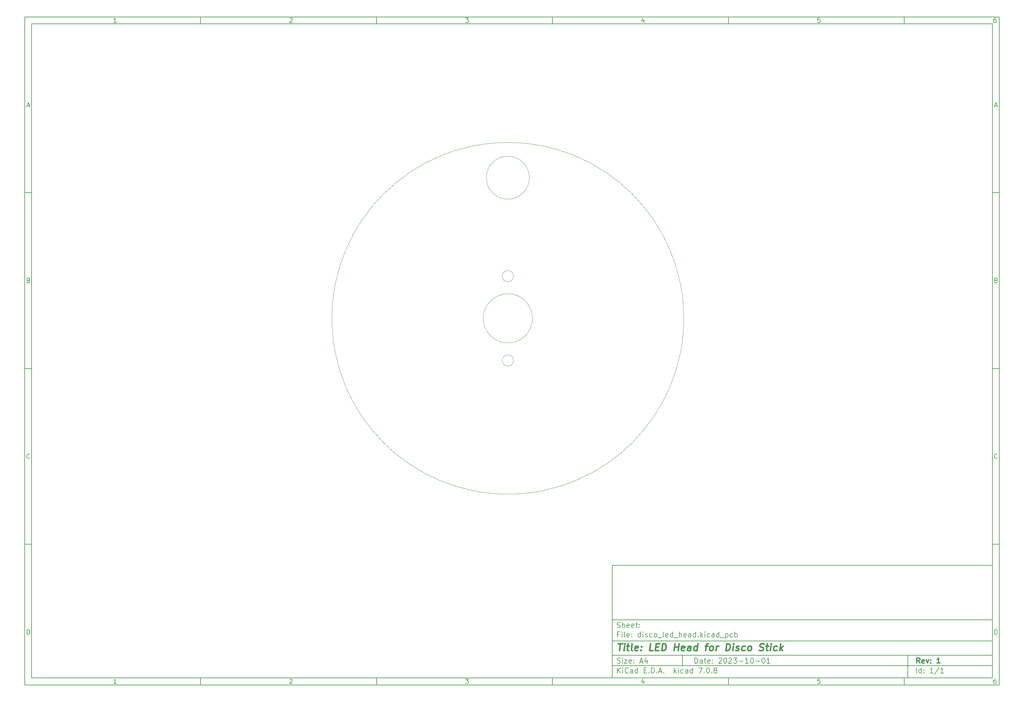
<source format=gbr>
%TF.GenerationSoftware,KiCad,Pcbnew,7.0.8*%
%TF.CreationDate,2024-03-21T10:20:14-07:00*%
%TF.ProjectId,disco_led_head,64697363-6f5f-46c6-9564-5f686561642e,1*%
%TF.SameCoordinates,Original*%
%TF.FileFunction,Profile,NP*%
%FSLAX46Y46*%
G04 Gerber Fmt 4.6, Leading zero omitted, Abs format (unit mm)*
G04 Created by KiCad (PCBNEW 7.0.8) date 2024-03-21 10:20:14*
%MOMM*%
%LPD*%
G01*
G04 APERTURE LIST*
%ADD10C,0.100000*%
%ADD11C,0.150000*%
%ADD12C,0.300000*%
%ADD13C,0.400000*%
%TA.AperFunction,Profile*%
%ADD14C,0.100000*%
%TD*%
G04 APERTURE END LIST*
D10*
D11*
X177002200Y-166007200D02*
X285002200Y-166007200D01*
X285002200Y-198007200D01*
X177002200Y-198007200D01*
X177002200Y-166007200D01*
D10*
D11*
X10000000Y-10000000D02*
X287002200Y-10000000D01*
X287002200Y-200007200D01*
X10000000Y-200007200D01*
X10000000Y-10000000D01*
D10*
D11*
X12000000Y-12000000D02*
X285002200Y-12000000D01*
X285002200Y-198007200D01*
X12000000Y-198007200D01*
X12000000Y-12000000D01*
D10*
D11*
X60000000Y-12000000D02*
X60000000Y-10000000D01*
D10*
D11*
X110000000Y-12000000D02*
X110000000Y-10000000D01*
D10*
D11*
X160000000Y-12000000D02*
X160000000Y-10000000D01*
D10*
D11*
X210000000Y-12000000D02*
X210000000Y-10000000D01*
D10*
D11*
X260000000Y-12000000D02*
X260000000Y-10000000D01*
D10*
D11*
X36089160Y-11593604D02*
X35346303Y-11593604D01*
X35717731Y-11593604D02*
X35717731Y-10293604D01*
X35717731Y-10293604D02*
X35593922Y-10479319D01*
X35593922Y-10479319D02*
X35470112Y-10603128D01*
X35470112Y-10603128D02*
X35346303Y-10665033D01*
D10*
D11*
X85346303Y-10417414D02*
X85408207Y-10355509D01*
X85408207Y-10355509D02*
X85532017Y-10293604D01*
X85532017Y-10293604D02*
X85841541Y-10293604D01*
X85841541Y-10293604D02*
X85965350Y-10355509D01*
X85965350Y-10355509D02*
X86027255Y-10417414D01*
X86027255Y-10417414D02*
X86089160Y-10541223D01*
X86089160Y-10541223D02*
X86089160Y-10665033D01*
X86089160Y-10665033D02*
X86027255Y-10850747D01*
X86027255Y-10850747D02*
X85284398Y-11593604D01*
X85284398Y-11593604D02*
X86089160Y-11593604D01*
D10*
D11*
X135284398Y-10293604D02*
X136089160Y-10293604D01*
X136089160Y-10293604D02*
X135655826Y-10788842D01*
X135655826Y-10788842D02*
X135841541Y-10788842D01*
X135841541Y-10788842D02*
X135965350Y-10850747D01*
X135965350Y-10850747D02*
X136027255Y-10912652D01*
X136027255Y-10912652D02*
X136089160Y-11036461D01*
X136089160Y-11036461D02*
X136089160Y-11345985D01*
X136089160Y-11345985D02*
X136027255Y-11469795D01*
X136027255Y-11469795D02*
X135965350Y-11531700D01*
X135965350Y-11531700D02*
X135841541Y-11593604D01*
X135841541Y-11593604D02*
X135470112Y-11593604D01*
X135470112Y-11593604D02*
X135346303Y-11531700D01*
X135346303Y-11531700D02*
X135284398Y-11469795D01*
D10*
D11*
X185965350Y-10726938D02*
X185965350Y-11593604D01*
X185655826Y-10231700D02*
X185346303Y-11160271D01*
X185346303Y-11160271D02*
X186151064Y-11160271D01*
D10*
D11*
X236027255Y-10293604D02*
X235408207Y-10293604D01*
X235408207Y-10293604D02*
X235346303Y-10912652D01*
X235346303Y-10912652D02*
X235408207Y-10850747D01*
X235408207Y-10850747D02*
X235532017Y-10788842D01*
X235532017Y-10788842D02*
X235841541Y-10788842D01*
X235841541Y-10788842D02*
X235965350Y-10850747D01*
X235965350Y-10850747D02*
X236027255Y-10912652D01*
X236027255Y-10912652D02*
X236089160Y-11036461D01*
X236089160Y-11036461D02*
X236089160Y-11345985D01*
X236089160Y-11345985D02*
X236027255Y-11469795D01*
X236027255Y-11469795D02*
X235965350Y-11531700D01*
X235965350Y-11531700D02*
X235841541Y-11593604D01*
X235841541Y-11593604D02*
X235532017Y-11593604D01*
X235532017Y-11593604D02*
X235408207Y-11531700D01*
X235408207Y-11531700D02*
X235346303Y-11469795D01*
D10*
D11*
X285965350Y-10293604D02*
X285717731Y-10293604D01*
X285717731Y-10293604D02*
X285593922Y-10355509D01*
X285593922Y-10355509D02*
X285532017Y-10417414D01*
X285532017Y-10417414D02*
X285408207Y-10603128D01*
X285408207Y-10603128D02*
X285346303Y-10850747D01*
X285346303Y-10850747D02*
X285346303Y-11345985D01*
X285346303Y-11345985D02*
X285408207Y-11469795D01*
X285408207Y-11469795D02*
X285470112Y-11531700D01*
X285470112Y-11531700D02*
X285593922Y-11593604D01*
X285593922Y-11593604D02*
X285841541Y-11593604D01*
X285841541Y-11593604D02*
X285965350Y-11531700D01*
X285965350Y-11531700D02*
X286027255Y-11469795D01*
X286027255Y-11469795D02*
X286089160Y-11345985D01*
X286089160Y-11345985D02*
X286089160Y-11036461D01*
X286089160Y-11036461D02*
X286027255Y-10912652D01*
X286027255Y-10912652D02*
X285965350Y-10850747D01*
X285965350Y-10850747D02*
X285841541Y-10788842D01*
X285841541Y-10788842D02*
X285593922Y-10788842D01*
X285593922Y-10788842D02*
X285470112Y-10850747D01*
X285470112Y-10850747D02*
X285408207Y-10912652D01*
X285408207Y-10912652D02*
X285346303Y-11036461D01*
D10*
D11*
X60000000Y-198007200D02*
X60000000Y-200007200D01*
D10*
D11*
X110000000Y-198007200D02*
X110000000Y-200007200D01*
D10*
D11*
X160000000Y-198007200D02*
X160000000Y-200007200D01*
D10*
D11*
X210000000Y-198007200D02*
X210000000Y-200007200D01*
D10*
D11*
X260000000Y-198007200D02*
X260000000Y-200007200D01*
D10*
D11*
X36089160Y-199600804D02*
X35346303Y-199600804D01*
X35717731Y-199600804D02*
X35717731Y-198300804D01*
X35717731Y-198300804D02*
X35593922Y-198486519D01*
X35593922Y-198486519D02*
X35470112Y-198610328D01*
X35470112Y-198610328D02*
X35346303Y-198672233D01*
D10*
D11*
X85346303Y-198424614D02*
X85408207Y-198362709D01*
X85408207Y-198362709D02*
X85532017Y-198300804D01*
X85532017Y-198300804D02*
X85841541Y-198300804D01*
X85841541Y-198300804D02*
X85965350Y-198362709D01*
X85965350Y-198362709D02*
X86027255Y-198424614D01*
X86027255Y-198424614D02*
X86089160Y-198548423D01*
X86089160Y-198548423D02*
X86089160Y-198672233D01*
X86089160Y-198672233D02*
X86027255Y-198857947D01*
X86027255Y-198857947D02*
X85284398Y-199600804D01*
X85284398Y-199600804D02*
X86089160Y-199600804D01*
D10*
D11*
X135284398Y-198300804D02*
X136089160Y-198300804D01*
X136089160Y-198300804D02*
X135655826Y-198796042D01*
X135655826Y-198796042D02*
X135841541Y-198796042D01*
X135841541Y-198796042D02*
X135965350Y-198857947D01*
X135965350Y-198857947D02*
X136027255Y-198919852D01*
X136027255Y-198919852D02*
X136089160Y-199043661D01*
X136089160Y-199043661D02*
X136089160Y-199353185D01*
X136089160Y-199353185D02*
X136027255Y-199476995D01*
X136027255Y-199476995D02*
X135965350Y-199538900D01*
X135965350Y-199538900D02*
X135841541Y-199600804D01*
X135841541Y-199600804D02*
X135470112Y-199600804D01*
X135470112Y-199600804D02*
X135346303Y-199538900D01*
X135346303Y-199538900D02*
X135284398Y-199476995D01*
D10*
D11*
X185965350Y-198734138D02*
X185965350Y-199600804D01*
X185655826Y-198238900D02*
X185346303Y-199167471D01*
X185346303Y-199167471D02*
X186151064Y-199167471D01*
D10*
D11*
X236027255Y-198300804D02*
X235408207Y-198300804D01*
X235408207Y-198300804D02*
X235346303Y-198919852D01*
X235346303Y-198919852D02*
X235408207Y-198857947D01*
X235408207Y-198857947D02*
X235532017Y-198796042D01*
X235532017Y-198796042D02*
X235841541Y-198796042D01*
X235841541Y-198796042D02*
X235965350Y-198857947D01*
X235965350Y-198857947D02*
X236027255Y-198919852D01*
X236027255Y-198919852D02*
X236089160Y-199043661D01*
X236089160Y-199043661D02*
X236089160Y-199353185D01*
X236089160Y-199353185D02*
X236027255Y-199476995D01*
X236027255Y-199476995D02*
X235965350Y-199538900D01*
X235965350Y-199538900D02*
X235841541Y-199600804D01*
X235841541Y-199600804D02*
X235532017Y-199600804D01*
X235532017Y-199600804D02*
X235408207Y-199538900D01*
X235408207Y-199538900D02*
X235346303Y-199476995D01*
D10*
D11*
X285965350Y-198300804D02*
X285717731Y-198300804D01*
X285717731Y-198300804D02*
X285593922Y-198362709D01*
X285593922Y-198362709D02*
X285532017Y-198424614D01*
X285532017Y-198424614D02*
X285408207Y-198610328D01*
X285408207Y-198610328D02*
X285346303Y-198857947D01*
X285346303Y-198857947D02*
X285346303Y-199353185D01*
X285346303Y-199353185D02*
X285408207Y-199476995D01*
X285408207Y-199476995D02*
X285470112Y-199538900D01*
X285470112Y-199538900D02*
X285593922Y-199600804D01*
X285593922Y-199600804D02*
X285841541Y-199600804D01*
X285841541Y-199600804D02*
X285965350Y-199538900D01*
X285965350Y-199538900D02*
X286027255Y-199476995D01*
X286027255Y-199476995D02*
X286089160Y-199353185D01*
X286089160Y-199353185D02*
X286089160Y-199043661D01*
X286089160Y-199043661D02*
X286027255Y-198919852D01*
X286027255Y-198919852D02*
X285965350Y-198857947D01*
X285965350Y-198857947D02*
X285841541Y-198796042D01*
X285841541Y-198796042D02*
X285593922Y-198796042D01*
X285593922Y-198796042D02*
X285470112Y-198857947D01*
X285470112Y-198857947D02*
X285408207Y-198919852D01*
X285408207Y-198919852D02*
X285346303Y-199043661D01*
D10*
D11*
X10000000Y-60000000D02*
X12000000Y-60000000D01*
D10*
D11*
X10000000Y-110000000D02*
X12000000Y-110000000D01*
D10*
D11*
X10000000Y-160000000D02*
X12000000Y-160000000D01*
D10*
D11*
X10690476Y-35222176D02*
X11309523Y-35222176D01*
X10566666Y-35593604D02*
X10999999Y-34293604D01*
X10999999Y-34293604D02*
X11433333Y-35593604D01*
D10*
D11*
X11092857Y-84912652D02*
X11278571Y-84974557D01*
X11278571Y-84974557D02*
X11340476Y-85036461D01*
X11340476Y-85036461D02*
X11402380Y-85160271D01*
X11402380Y-85160271D02*
X11402380Y-85345985D01*
X11402380Y-85345985D02*
X11340476Y-85469795D01*
X11340476Y-85469795D02*
X11278571Y-85531700D01*
X11278571Y-85531700D02*
X11154761Y-85593604D01*
X11154761Y-85593604D02*
X10659523Y-85593604D01*
X10659523Y-85593604D02*
X10659523Y-84293604D01*
X10659523Y-84293604D02*
X11092857Y-84293604D01*
X11092857Y-84293604D02*
X11216666Y-84355509D01*
X11216666Y-84355509D02*
X11278571Y-84417414D01*
X11278571Y-84417414D02*
X11340476Y-84541223D01*
X11340476Y-84541223D02*
X11340476Y-84665033D01*
X11340476Y-84665033D02*
X11278571Y-84788842D01*
X11278571Y-84788842D02*
X11216666Y-84850747D01*
X11216666Y-84850747D02*
X11092857Y-84912652D01*
X11092857Y-84912652D02*
X10659523Y-84912652D01*
D10*
D11*
X11402380Y-135469795D02*
X11340476Y-135531700D01*
X11340476Y-135531700D02*
X11154761Y-135593604D01*
X11154761Y-135593604D02*
X11030952Y-135593604D01*
X11030952Y-135593604D02*
X10845238Y-135531700D01*
X10845238Y-135531700D02*
X10721428Y-135407890D01*
X10721428Y-135407890D02*
X10659523Y-135284080D01*
X10659523Y-135284080D02*
X10597619Y-135036461D01*
X10597619Y-135036461D02*
X10597619Y-134850747D01*
X10597619Y-134850747D02*
X10659523Y-134603128D01*
X10659523Y-134603128D02*
X10721428Y-134479319D01*
X10721428Y-134479319D02*
X10845238Y-134355509D01*
X10845238Y-134355509D02*
X11030952Y-134293604D01*
X11030952Y-134293604D02*
X11154761Y-134293604D01*
X11154761Y-134293604D02*
X11340476Y-134355509D01*
X11340476Y-134355509D02*
X11402380Y-134417414D01*
D10*
D11*
X10659523Y-185593604D02*
X10659523Y-184293604D01*
X10659523Y-184293604D02*
X10969047Y-184293604D01*
X10969047Y-184293604D02*
X11154761Y-184355509D01*
X11154761Y-184355509D02*
X11278571Y-184479319D01*
X11278571Y-184479319D02*
X11340476Y-184603128D01*
X11340476Y-184603128D02*
X11402380Y-184850747D01*
X11402380Y-184850747D02*
X11402380Y-185036461D01*
X11402380Y-185036461D02*
X11340476Y-185284080D01*
X11340476Y-185284080D02*
X11278571Y-185407890D01*
X11278571Y-185407890D02*
X11154761Y-185531700D01*
X11154761Y-185531700D02*
X10969047Y-185593604D01*
X10969047Y-185593604D02*
X10659523Y-185593604D01*
D10*
D11*
X287002200Y-60000000D02*
X285002200Y-60000000D01*
D10*
D11*
X287002200Y-110000000D02*
X285002200Y-110000000D01*
D10*
D11*
X287002200Y-160000000D02*
X285002200Y-160000000D01*
D10*
D11*
X285692676Y-35222176D02*
X286311723Y-35222176D01*
X285568866Y-35593604D02*
X286002199Y-34293604D01*
X286002199Y-34293604D02*
X286435533Y-35593604D01*
D10*
D11*
X286095057Y-84912652D02*
X286280771Y-84974557D01*
X286280771Y-84974557D02*
X286342676Y-85036461D01*
X286342676Y-85036461D02*
X286404580Y-85160271D01*
X286404580Y-85160271D02*
X286404580Y-85345985D01*
X286404580Y-85345985D02*
X286342676Y-85469795D01*
X286342676Y-85469795D02*
X286280771Y-85531700D01*
X286280771Y-85531700D02*
X286156961Y-85593604D01*
X286156961Y-85593604D02*
X285661723Y-85593604D01*
X285661723Y-85593604D02*
X285661723Y-84293604D01*
X285661723Y-84293604D02*
X286095057Y-84293604D01*
X286095057Y-84293604D02*
X286218866Y-84355509D01*
X286218866Y-84355509D02*
X286280771Y-84417414D01*
X286280771Y-84417414D02*
X286342676Y-84541223D01*
X286342676Y-84541223D02*
X286342676Y-84665033D01*
X286342676Y-84665033D02*
X286280771Y-84788842D01*
X286280771Y-84788842D02*
X286218866Y-84850747D01*
X286218866Y-84850747D02*
X286095057Y-84912652D01*
X286095057Y-84912652D02*
X285661723Y-84912652D01*
D10*
D11*
X286404580Y-135469795D02*
X286342676Y-135531700D01*
X286342676Y-135531700D02*
X286156961Y-135593604D01*
X286156961Y-135593604D02*
X286033152Y-135593604D01*
X286033152Y-135593604D02*
X285847438Y-135531700D01*
X285847438Y-135531700D02*
X285723628Y-135407890D01*
X285723628Y-135407890D02*
X285661723Y-135284080D01*
X285661723Y-135284080D02*
X285599819Y-135036461D01*
X285599819Y-135036461D02*
X285599819Y-134850747D01*
X285599819Y-134850747D02*
X285661723Y-134603128D01*
X285661723Y-134603128D02*
X285723628Y-134479319D01*
X285723628Y-134479319D02*
X285847438Y-134355509D01*
X285847438Y-134355509D02*
X286033152Y-134293604D01*
X286033152Y-134293604D02*
X286156961Y-134293604D01*
X286156961Y-134293604D02*
X286342676Y-134355509D01*
X286342676Y-134355509D02*
X286404580Y-134417414D01*
D10*
D11*
X285661723Y-185593604D02*
X285661723Y-184293604D01*
X285661723Y-184293604D02*
X285971247Y-184293604D01*
X285971247Y-184293604D02*
X286156961Y-184355509D01*
X286156961Y-184355509D02*
X286280771Y-184479319D01*
X286280771Y-184479319D02*
X286342676Y-184603128D01*
X286342676Y-184603128D02*
X286404580Y-184850747D01*
X286404580Y-184850747D02*
X286404580Y-185036461D01*
X286404580Y-185036461D02*
X286342676Y-185284080D01*
X286342676Y-185284080D02*
X286280771Y-185407890D01*
X286280771Y-185407890D02*
X286156961Y-185531700D01*
X286156961Y-185531700D02*
X285971247Y-185593604D01*
X285971247Y-185593604D02*
X285661723Y-185593604D01*
D10*
D11*
X200458026Y-193793328D02*
X200458026Y-192293328D01*
X200458026Y-192293328D02*
X200815169Y-192293328D01*
X200815169Y-192293328D02*
X201029455Y-192364757D01*
X201029455Y-192364757D02*
X201172312Y-192507614D01*
X201172312Y-192507614D02*
X201243741Y-192650471D01*
X201243741Y-192650471D02*
X201315169Y-192936185D01*
X201315169Y-192936185D02*
X201315169Y-193150471D01*
X201315169Y-193150471D02*
X201243741Y-193436185D01*
X201243741Y-193436185D02*
X201172312Y-193579042D01*
X201172312Y-193579042D02*
X201029455Y-193721900D01*
X201029455Y-193721900D02*
X200815169Y-193793328D01*
X200815169Y-193793328D02*
X200458026Y-193793328D01*
X202600884Y-193793328D02*
X202600884Y-193007614D01*
X202600884Y-193007614D02*
X202529455Y-192864757D01*
X202529455Y-192864757D02*
X202386598Y-192793328D01*
X202386598Y-192793328D02*
X202100884Y-192793328D01*
X202100884Y-192793328D02*
X201958026Y-192864757D01*
X202600884Y-193721900D02*
X202458026Y-193793328D01*
X202458026Y-193793328D02*
X202100884Y-193793328D01*
X202100884Y-193793328D02*
X201958026Y-193721900D01*
X201958026Y-193721900D02*
X201886598Y-193579042D01*
X201886598Y-193579042D02*
X201886598Y-193436185D01*
X201886598Y-193436185D02*
X201958026Y-193293328D01*
X201958026Y-193293328D02*
X202100884Y-193221900D01*
X202100884Y-193221900D02*
X202458026Y-193221900D01*
X202458026Y-193221900D02*
X202600884Y-193150471D01*
X203100884Y-192793328D02*
X203672312Y-192793328D01*
X203315169Y-192293328D02*
X203315169Y-193579042D01*
X203315169Y-193579042D02*
X203386598Y-193721900D01*
X203386598Y-193721900D02*
X203529455Y-193793328D01*
X203529455Y-193793328D02*
X203672312Y-193793328D01*
X204743741Y-193721900D02*
X204600884Y-193793328D01*
X204600884Y-193793328D02*
X204315170Y-193793328D01*
X204315170Y-193793328D02*
X204172312Y-193721900D01*
X204172312Y-193721900D02*
X204100884Y-193579042D01*
X204100884Y-193579042D02*
X204100884Y-193007614D01*
X204100884Y-193007614D02*
X204172312Y-192864757D01*
X204172312Y-192864757D02*
X204315170Y-192793328D01*
X204315170Y-192793328D02*
X204600884Y-192793328D01*
X204600884Y-192793328D02*
X204743741Y-192864757D01*
X204743741Y-192864757D02*
X204815170Y-193007614D01*
X204815170Y-193007614D02*
X204815170Y-193150471D01*
X204815170Y-193150471D02*
X204100884Y-193293328D01*
X205458026Y-193650471D02*
X205529455Y-193721900D01*
X205529455Y-193721900D02*
X205458026Y-193793328D01*
X205458026Y-193793328D02*
X205386598Y-193721900D01*
X205386598Y-193721900D02*
X205458026Y-193650471D01*
X205458026Y-193650471D02*
X205458026Y-193793328D01*
X205458026Y-192864757D02*
X205529455Y-192936185D01*
X205529455Y-192936185D02*
X205458026Y-193007614D01*
X205458026Y-193007614D02*
X205386598Y-192936185D01*
X205386598Y-192936185D02*
X205458026Y-192864757D01*
X205458026Y-192864757D02*
X205458026Y-193007614D01*
X207243741Y-192436185D02*
X207315169Y-192364757D01*
X207315169Y-192364757D02*
X207458027Y-192293328D01*
X207458027Y-192293328D02*
X207815169Y-192293328D01*
X207815169Y-192293328D02*
X207958027Y-192364757D01*
X207958027Y-192364757D02*
X208029455Y-192436185D01*
X208029455Y-192436185D02*
X208100884Y-192579042D01*
X208100884Y-192579042D02*
X208100884Y-192721900D01*
X208100884Y-192721900D02*
X208029455Y-192936185D01*
X208029455Y-192936185D02*
X207172312Y-193793328D01*
X207172312Y-193793328D02*
X208100884Y-193793328D01*
X209029455Y-192293328D02*
X209172312Y-192293328D01*
X209172312Y-192293328D02*
X209315169Y-192364757D01*
X209315169Y-192364757D02*
X209386598Y-192436185D01*
X209386598Y-192436185D02*
X209458026Y-192579042D01*
X209458026Y-192579042D02*
X209529455Y-192864757D01*
X209529455Y-192864757D02*
X209529455Y-193221900D01*
X209529455Y-193221900D02*
X209458026Y-193507614D01*
X209458026Y-193507614D02*
X209386598Y-193650471D01*
X209386598Y-193650471D02*
X209315169Y-193721900D01*
X209315169Y-193721900D02*
X209172312Y-193793328D01*
X209172312Y-193793328D02*
X209029455Y-193793328D01*
X209029455Y-193793328D02*
X208886598Y-193721900D01*
X208886598Y-193721900D02*
X208815169Y-193650471D01*
X208815169Y-193650471D02*
X208743740Y-193507614D01*
X208743740Y-193507614D02*
X208672312Y-193221900D01*
X208672312Y-193221900D02*
X208672312Y-192864757D01*
X208672312Y-192864757D02*
X208743740Y-192579042D01*
X208743740Y-192579042D02*
X208815169Y-192436185D01*
X208815169Y-192436185D02*
X208886598Y-192364757D01*
X208886598Y-192364757D02*
X209029455Y-192293328D01*
X210100883Y-192436185D02*
X210172311Y-192364757D01*
X210172311Y-192364757D02*
X210315169Y-192293328D01*
X210315169Y-192293328D02*
X210672311Y-192293328D01*
X210672311Y-192293328D02*
X210815169Y-192364757D01*
X210815169Y-192364757D02*
X210886597Y-192436185D01*
X210886597Y-192436185D02*
X210958026Y-192579042D01*
X210958026Y-192579042D02*
X210958026Y-192721900D01*
X210958026Y-192721900D02*
X210886597Y-192936185D01*
X210886597Y-192936185D02*
X210029454Y-193793328D01*
X210029454Y-193793328D02*
X210958026Y-193793328D01*
X211458025Y-192293328D02*
X212386597Y-192293328D01*
X212386597Y-192293328D02*
X211886597Y-192864757D01*
X211886597Y-192864757D02*
X212100882Y-192864757D01*
X212100882Y-192864757D02*
X212243740Y-192936185D01*
X212243740Y-192936185D02*
X212315168Y-193007614D01*
X212315168Y-193007614D02*
X212386597Y-193150471D01*
X212386597Y-193150471D02*
X212386597Y-193507614D01*
X212386597Y-193507614D02*
X212315168Y-193650471D01*
X212315168Y-193650471D02*
X212243740Y-193721900D01*
X212243740Y-193721900D02*
X212100882Y-193793328D01*
X212100882Y-193793328D02*
X211672311Y-193793328D01*
X211672311Y-193793328D02*
X211529454Y-193721900D01*
X211529454Y-193721900D02*
X211458025Y-193650471D01*
X213029453Y-193221900D02*
X214172311Y-193221900D01*
X215672311Y-193793328D02*
X214815168Y-193793328D01*
X215243739Y-193793328D02*
X215243739Y-192293328D01*
X215243739Y-192293328D02*
X215100882Y-192507614D01*
X215100882Y-192507614D02*
X214958025Y-192650471D01*
X214958025Y-192650471D02*
X214815168Y-192721900D01*
X216600882Y-192293328D02*
X216743739Y-192293328D01*
X216743739Y-192293328D02*
X216886596Y-192364757D01*
X216886596Y-192364757D02*
X216958025Y-192436185D01*
X216958025Y-192436185D02*
X217029453Y-192579042D01*
X217029453Y-192579042D02*
X217100882Y-192864757D01*
X217100882Y-192864757D02*
X217100882Y-193221900D01*
X217100882Y-193221900D02*
X217029453Y-193507614D01*
X217029453Y-193507614D02*
X216958025Y-193650471D01*
X216958025Y-193650471D02*
X216886596Y-193721900D01*
X216886596Y-193721900D02*
X216743739Y-193793328D01*
X216743739Y-193793328D02*
X216600882Y-193793328D01*
X216600882Y-193793328D02*
X216458025Y-193721900D01*
X216458025Y-193721900D02*
X216386596Y-193650471D01*
X216386596Y-193650471D02*
X216315167Y-193507614D01*
X216315167Y-193507614D02*
X216243739Y-193221900D01*
X216243739Y-193221900D02*
X216243739Y-192864757D01*
X216243739Y-192864757D02*
X216315167Y-192579042D01*
X216315167Y-192579042D02*
X216386596Y-192436185D01*
X216386596Y-192436185D02*
X216458025Y-192364757D01*
X216458025Y-192364757D02*
X216600882Y-192293328D01*
X217743738Y-193221900D02*
X218886596Y-193221900D01*
X219886596Y-192293328D02*
X220029453Y-192293328D01*
X220029453Y-192293328D02*
X220172310Y-192364757D01*
X220172310Y-192364757D02*
X220243739Y-192436185D01*
X220243739Y-192436185D02*
X220315167Y-192579042D01*
X220315167Y-192579042D02*
X220386596Y-192864757D01*
X220386596Y-192864757D02*
X220386596Y-193221900D01*
X220386596Y-193221900D02*
X220315167Y-193507614D01*
X220315167Y-193507614D02*
X220243739Y-193650471D01*
X220243739Y-193650471D02*
X220172310Y-193721900D01*
X220172310Y-193721900D02*
X220029453Y-193793328D01*
X220029453Y-193793328D02*
X219886596Y-193793328D01*
X219886596Y-193793328D02*
X219743739Y-193721900D01*
X219743739Y-193721900D02*
X219672310Y-193650471D01*
X219672310Y-193650471D02*
X219600881Y-193507614D01*
X219600881Y-193507614D02*
X219529453Y-193221900D01*
X219529453Y-193221900D02*
X219529453Y-192864757D01*
X219529453Y-192864757D02*
X219600881Y-192579042D01*
X219600881Y-192579042D02*
X219672310Y-192436185D01*
X219672310Y-192436185D02*
X219743739Y-192364757D01*
X219743739Y-192364757D02*
X219886596Y-192293328D01*
X221815167Y-193793328D02*
X220958024Y-193793328D01*
X221386595Y-193793328D02*
X221386595Y-192293328D01*
X221386595Y-192293328D02*
X221243738Y-192507614D01*
X221243738Y-192507614D02*
X221100881Y-192650471D01*
X221100881Y-192650471D02*
X220958024Y-192721900D01*
D10*
D11*
X177002200Y-194507200D02*
X285002200Y-194507200D01*
D10*
D11*
X178458026Y-196593328D02*
X178458026Y-195093328D01*
X179315169Y-196593328D02*
X178672312Y-195736185D01*
X179315169Y-195093328D02*
X178458026Y-195950471D01*
X179958026Y-196593328D02*
X179958026Y-195593328D01*
X179958026Y-195093328D02*
X179886598Y-195164757D01*
X179886598Y-195164757D02*
X179958026Y-195236185D01*
X179958026Y-195236185D02*
X180029455Y-195164757D01*
X180029455Y-195164757D02*
X179958026Y-195093328D01*
X179958026Y-195093328D02*
X179958026Y-195236185D01*
X181529455Y-196450471D02*
X181458027Y-196521900D01*
X181458027Y-196521900D02*
X181243741Y-196593328D01*
X181243741Y-196593328D02*
X181100884Y-196593328D01*
X181100884Y-196593328D02*
X180886598Y-196521900D01*
X180886598Y-196521900D02*
X180743741Y-196379042D01*
X180743741Y-196379042D02*
X180672312Y-196236185D01*
X180672312Y-196236185D02*
X180600884Y-195950471D01*
X180600884Y-195950471D02*
X180600884Y-195736185D01*
X180600884Y-195736185D02*
X180672312Y-195450471D01*
X180672312Y-195450471D02*
X180743741Y-195307614D01*
X180743741Y-195307614D02*
X180886598Y-195164757D01*
X180886598Y-195164757D02*
X181100884Y-195093328D01*
X181100884Y-195093328D02*
X181243741Y-195093328D01*
X181243741Y-195093328D02*
X181458027Y-195164757D01*
X181458027Y-195164757D02*
X181529455Y-195236185D01*
X182815170Y-196593328D02*
X182815170Y-195807614D01*
X182815170Y-195807614D02*
X182743741Y-195664757D01*
X182743741Y-195664757D02*
X182600884Y-195593328D01*
X182600884Y-195593328D02*
X182315170Y-195593328D01*
X182315170Y-195593328D02*
X182172312Y-195664757D01*
X182815170Y-196521900D02*
X182672312Y-196593328D01*
X182672312Y-196593328D02*
X182315170Y-196593328D01*
X182315170Y-196593328D02*
X182172312Y-196521900D01*
X182172312Y-196521900D02*
X182100884Y-196379042D01*
X182100884Y-196379042D02*
X182100884Y-196236185D01*
X182100884Y-196236185D02*
X182172312Y-196093328D01*
X182172312Y-196093328D02*
X182315170Y-196021900D01*
X182315170Y-196021900D02*
X182672312Y-196021900D01*
X182672312Y-196021900D02*
X182815170Y-195950471D01*
X184172313Y-196593328D02*
X184172313Y-195093328D01*
X184172313Y-196521900D02*
X184029455Y-196593328D01*
X184029455Y-196593328D02*
X183743741Y-196593328D01*
X183743741Y-196593328D02*
X183600884Y-196521900D01*
X183600884Y-196521900D02*
X183529455Y-196450471D01*
X183529455Y-196450471D02*
X183458027Y-196307614D01*
X183458027Y-196307614D02*
X183458027Y-195879042D01*
X183458027Y-195879042D02*
X183529455Y-195736185D01*
X183529455Y-195736185D02*
X183600884Y-195664757D01*
X183600884Y-195664757D02*
X183743741Y-195593328D01*
X183743741Y-195593328D02*
X184029455Y-195593328D01*
X184029455Y-195593328D02*
X184172313Y-195664757D01*
X186029455Y-195807614D02*
X186529455Y-195807614D01*
X186743741Y-196593328D02*
X186029455Y-196593328D01*
X186029455Y-196593328D02*
X186029455Y-195093328D01*
X186029455Y-195093328D02*
X186743741Y-195093328D01*
X187386598Y-196450471D02*
X187458027Y-196521900D01*
X187458027Y-196521900D02*
X187386598Y-196593328D01*
X187386598Y-196593328D02*
X187315170Y-196521900D01*
X187315170Y-196521900D02*
X187386598Y-196450471D01*
X187386598Y-196450471D02*
X187386598Y-196593328D01*
X188100884Y-196593328D02*
X188100884Y-195093328D01*
X188100884Y-195093328D02*
X188458027Y-195093328D01*
X188458027Y-195093328D02*
X188672313Y-195164757D01*
X188672313Y-195164757D02*
X188815170Y-195307614D01*
X188815170Y-195307614D02*
X188886599Y-195450471D01*
X188886599Y-195450471D02*
X188958027Y-195736185D01*
X188958027Y-195736185D02*
X188958027Y-195950471D01*
X188958027Y-195950471D02*
X188886599Y-196236185D01*
X188886599Y-196236185D02*
X188815170Y-196379042D01*
X188815170Y-196379042D02*
X188672313Y-196521900D01*
X188672313Y-196521900D02*
X188458027Y-196593328D01*
X188458027Y-196593328D02*
X188100884Y-196593328D01*
X189600884Y-196450471D02*
X189672313Y-196521900D01*
X189672313Y-196521900D02*
X189600884Y-196593328D01*
X189600884Y-196593328D02*
X189529456Y-196521900D01*
X189529456Y-196521900D02*
X189600884Y-196450471D01*
X189600884Y-196450471D02*
X189600884Y-196593328D01*
X190243742Y-196164757D02*
X190958028Y-196164757D01*
X190100885Y-196593328D02*
X190600885Y-195093328D01*
X190600885Y-195093328D02*
X191100885Y-196593328D01*
X191600884Y-196450471D02*
X191672313Y-196521900D01*
X191672313Y-196521900D02*
X191600884Y-196593328D01*
X191600884Y-196593328D02*
X191529456Y-196521900D01*
X191529456Y-196521900D02*
X191600884Y-196450471D01*
X191600884Y-196450471D02*
X191600884Y-196593328D01*
X194600884Y-196593328D02*
X194600884Y-195093328D01*
X194743742Y-196021900D02*
X195172313Y-196593328D01*
X195172313Y-195593328D02*
X194600884Y-196164757D01*
X195815170Y-196593328D02*
X195815170Y-195593328D01*
X195815170Y-195093328D02*
X195743742Y-195164757D01*
X195743742Y-195164757D02*
X195815170Y-195236185D01*
X195815170Y-195236185D02*
X195886599Y-195164757D01*
X195886599Y-195164757D02*
X195815170Y-195093328D01*
X195815170Y-195093328D02*
X195815170Y-195236185D01*
X197172314Y-196521900D02*
X197029456Y-196593328D01*
X197029456Y-196593328D02*
X196743742Y-196593328D01*
X196743742Y-196593328D02*
X196600885Y-196521900D01*
X196600885Y-196521900D02*
X196529456Y-196450471D01*
X196529456Y-196450471D02*
X196458028Y-196307614D01*
X196458028Y-196307614D02*
X196458028Y-195879042D01*
X196458028Y-195879042D02*
X196529456Y-195736185D01*
X196529456Y-195736185D02*
X196600885Y-195664757D01*
X196600885Y-195664757D02*
X196743742Y-195593328D01*
X196743742Y-195593328D02*
X197029456Y-195593328D01*
X197029456Y-195593328D02*
X197172314Y-195664757D01*
X198458028Y-196593328D02*
X198458028Y-195807614D01*
X198458028Y-195807614D02*
X198386599Y-195664757D01*
X198386599Y-195664757D02*
X198243742Y-195593328D01*
X198243742Y-195593328D02*
X197958028Y-195593328D01*
X197958028Y-195593328D02*
X197815170Y-195664757D01*
X198458028Y-196521900D02*
X198315170Y-196593328D01*
X198315170Y-196593328D02*
X197958028Y-196593328D01*
X197958028Y-196593328D02*
X197815170Y-196521900D01*
X197815170Y-196521900D02*
X197743742Y-196379042D01*
X197743742Y-196379042D02*
X197743742Y-196236185D01*
X197743742Y-196236185D02*
X197815170Y-196093328D01*
X197815170Y-196093328D02*
X197958028Y-196021900D01*
X197958028Y-196021900D02*
X198315170Y-196021900D01*
X198315170Y-196021900D02*
X198458028Y-195950471D01*
X199815171Y-196593328D02*
X199815171Y-195093328D01*
X199815171Y-196521900D02*
X199672313Y-196593328D01*
X199672313Y-196593328D02*
X199386599Y-196593328D01*
X199386599Y-196593328D02*
X199243742Y-196521900D01*
X199243742Y-196521900D02*
X199172313Y-196450471D01*
X199172313Y-196450471D02*
X199100885Y-196307614D01*
X199100885Y-196307614D02*
X199100885Y-195879042D01*
X199100885Y-195879042D02*
X199172313Y-195736185D01*
X199172313Y-195736185D02*
X199243742Y-195664757D01*
X199243742Y-195664757D02*
X199386599Y-195593328D01*
X199386599Y-195593328D02*
X199672313Y-195593328D01*
X199672313Y-195593328D02*
X199815171Y-195664757D01*
X201529456Y-195093328D02*
X202529456Y-195093328D01*
X202529456Y-195093328D02*
X201886599Y-196593328D01*
X203100884Y-196450471D02*
X203172313Y-196521900D01*
X203172313Y-196521900D02*
X203100884Y-196593328D01*
X203100884Y-196593328D02*
X203029456Y-196521900D01*
X203029456Y-196521900D02*
X203100884Y-196450471D01*
X203100884Y-196450471D02*
X203100884Y-196593328D01*
X204100885Y-195093328D02*
X204243742Y-195093328D01*
X204243742Y-195093328D02*
X204386599Y-195164757D01*
X204386599Y-195164757D02*
X204458028Y-195236185D01*
X204458028Y-195236185D02*
X204529456Y-195379042D01*
X204529456Y-195379042D02*
X204600885Y-195664757D01*
X204600885Y-195664757D02*
X204600885Y-196021900D01*
X204600885Y-196021900D02*
X204529456Y-196307614D01*
X204529456Y-196307614D02*
X204458028Y-196450471D01*
X204458028Y-196450471D02*
X204386599Y-196521900D01*
X204386599Y-196521900D02*
X204243742Y-196593328D01*
X204243742Y-196593328D02*
X204100885Y-196593328D01*
X204100885Y-196593328D02*
X203958028Y-196521900D01*
X203958028Y-196521900D02*
X203886599Y-196450471D01*
X203886599Y-196450471D02*
X203815170Y-196307614D01*
X203815170Y-196307614D02*
X203743742Y-196021900D01*
X203743742Y-196021900D02*
X203743742Y-195664757D01*
X203743742Y-195664757D02*
X203815170Y-195379042D01*
X203815170Y-195379042D02*
X203886599Y-195236185D01*
X203886599Y-195236185D02*
X203958028Y-195164757D01*
X203958028Y-195164757D02*
X204100885Y-195093328D01*
X205243741Y-196450471D02*
X205315170Y-196521900D01*
X205315170Y-196521900D02*
X205243741Y-196593328D01*
X205243741Y-196593328D02*
X205172313Y-196521900D01*
X205172313Y-196521900D02*
X205243741Y-196450471D01*
X205243741Y-196450471D02*
X205243741Y-196593328D01*
X206172313Y-195736185D02*
X206029456Y-195664757D01*
X206029456Y-195664757D02*
X205958027Y-195593328D01*
X205958027Y-195593328D02*
X205886599Y-195450471D01*
X205886599Y-195450471D02*
X205886599Y-195379042D01*
X205886599Y-195379042D02*
X205958027Y-195236185D01*
X205958027Y-195236185D02*
X206029456Y-195164757D01*
X206029456Y-195164757D02*
X206172313Y-195093328D01*
X206172313Y-195093328D02*
X206458027Y-195093328D01*
X206458027Y-195093328D02*
X206600885Y-195164757D01*
X206600885Y-195164757D02*
X206672313Y-195236185D01*
X206672313Y-195236185D02*
X206743742Y-195379042D01*
X206743742Y-195379042D02*
X206743742Y-195450471D01*
X206743742Y-195450471D02*
X206672313Y-195593328D01*
X206672313Y-195593328D02*
X206600885Y-195664757D01*
X206600885Y-195664757D02*
X206458027Y-195736185D01*
X206458027Y-195736185D02*
X206172313Y-195736185D01*
X206172313Y-195736185D02*
X206029456Y-195807614D01*
X206029456Y-195807614D02*
X205958027Y-195879042D01*
X205958027Y-195879042D02*
X205886599Y-196021900D01*
X205886599Y-196021900D02*
X205886599Y-196307614D01*
X205886599Y-196307614D02*
X205958027Y-196450471D01*
X205958027Y-196450471D02*
X206029456Y-196521900D01*
X206029456Y-196521900D02*
X206172313Y-196593328D01*
X206172313Y-196593328D02*
X206458027Y-196593328D01*
X206458027Y-196593328D02*
X206600885Y-196521900D01*
X206600885Y-196521900D02*
X206672313Y-196450471D01*
X206672313Y-196450471D02*
X206743742Y-196307614D01*
X206743742Y-196307614D02*
X206743742Y-196021900D01*
X206743742Y-196021900D02*
X206672313Y-195879042D01*
X206672313Y-195879042D02*
X206600885Y-195807614D01*
X206600885Y-195807614D02*
X206458027Y-195736185D01*
D10*
D11*
X177002200Y-191507200D02*
X285002200Y-191507200D01*
D10*
D12*
X264413853Y-193785528D02*
X263913853Y-193071242D01*
X263556710Y-193785528D02*
X263556710Y-192285528D01*
X263556710Y-192285528D02*
X264128139Y-192285528D01*
X264128139Y-192285528D02*
X264270996Y-192356957D01*
X264270996Y-192356957D02*
X264342425Y-192428385D01*
X264342425Y-192428385D02*
X264413853Y-192571242D01*
X264413853Y-192571242D02*
X264413853Y-192785528D01*
X264413853Y-192785528D02*
X264342425Y-192928385D01*
X264342425Y-192928385D02*
X264270996Y-192999814D01*
X264270996Y-192999814D02*
X264128139Y-193071242D01*
X264128139Y-193071242D02*
X263556710Y-193071242D01*
X265628139Y-193714100D02*
X265485282Y-193785528D01*
X265485282Y-193785528D02*
X265199568Y-193785528D01*
X265199568Y-193785528D02*
X265056710Y-193714100D01*
X265056710Y-193714100D02*
X264985282Y-193571242D01*
X264985282Y-193571242D02*
X264985282Y-192999814D01*
X264985282Y-192999814D02*
X265056710Y-192856957D01*
X265056710Y-192856957D02*
X265199568Y-192785528D01*
X265199568Y-192785528D02*
X265485282Y-192785528D01*
X265485282Y-192785528D02*
X265628139Y-192856957D01*
X265628139Y-192856957D02*
X265699568Y-192999814D01*
X265699568Y-192999814D02*
X265699568Y-193142671D01*
X265699568Y-193142671D02*
X264985282Y-193285528D01*
X266199567Y-192785528D02*
X266556710Y-193785528D01*
X266556710Y-193785528D02*
X266913853Y-192785528D01*
X267485281Y-193642671D02*
X267556710Y-193714100D01*
X267556710Y-193714100D02*
X267485281Y-193785528D01*
X267485281Y-193785528D02*
X267413853Y-193714100D01*
X267413853Y-193714100D02*
X267485281Y-193642671D01*
X267485281Y-193642671D02*
X267485281Y-193785528D01*
X267485281Y-192856957D02*
X267556710Y-192928385D01*
X267556710Y-192928385D02*
X267485281Y-192999814D01*
X267485281Y-192999814D02*
X267413853Y-192928385D01*
X267413853Y-192928385D02*
X267485281Y-192856957D01*
X267485281Y-192856957D02*
X267485281Y-192999814D01*
X270128139Y-193785528D02*
X269270996Y-193785528D01*
X269699567Y-193785528D02*
X269699567Y-192285528D01*
X269699567Y-192285528D02*
X269556710Y-192499814D01*
X269556710Y-192499814D02*
X269413853Y-192642671D01*
X269413853Y-192642671D02*
X269270996Y-192714100D01*
D10*
D11*
X178386598Y-193721900D02*
X178600884Y-193793328D01*
X178600884Y-193793328D02*
X178958026Y-193793328D01*
X178958026Y-193793328D02*
X179100884Y-193721900D01*
X179100884Y-193721900D02*
X179172312Y-193650471D01*
X179172312Y-193650471D02*
X179243741Y-193507614D01*
X179243741Y-193507614D02*
X179243741Y-193364757D01*
X179243741Y-193364757D02*
X179172312Y-193221900D01*
X179172312Y-193221900D02*
X179100884Y-193150471D01*
X179100884Y-193150471D02*
X178958026Y-193079042D01*
X178958026Y-193079042D02*
X178672312Y-193007614D01*
X178672312Y-193007614D02*
X178529455Y-192936185D01*
X178529455Y-192936185D02*
X178458026Y-192864757D01*
X178458026Y-192864757D02*
X178386598Y-192721900D01*
X178386598Y-192721900D02*
X178386598Y-192579042D01*
X178386598Y-192579042D02*
X178458026Y-192436185D01*
X178458026Y-192436185D02*
X178529455Y-192364757D01*
X178529455Y-192364757D02*
X178672312Y-192293328D01*
X178672312Y-192293328D02*
X179029455Y-192293328D01*
X179029455Y-192293328D02*
X179243741Y-192364757D01*
X179886597Y-193793328D02*
X179886597Y-192793328D01*
X179886597Y-192293328D02*
X179815169Y-192364757D01*
X179815169Y-192364757D02*
X179886597Y-192436185D01*
X179886597Y-192436185D02*
X179958026Y-192364757D01*
X179958026Y-192364757D02*
X179886597Y-192293328D01*
X179886597Y-192293328D02*
X179886597Y-192436185D01*
X180458026Y-192793328D02*
X181243741Y-192793328D01*
X181243741Y-192793328D02*
X180458026Y-193793328D01*
X180458026Y-193793328D02*
X181243741Y-193793328D01*
X182386598Y-193721900D02*
X182243741Y-193793328D01*
X182243741Y-193793328D02*
X181958027Y-193793328D01*
X181958027Y-193793328D02*
X181815169Y-193721900D01*
X181815169Y-193721900D02*
X181743741Y-193579042D01*
X181743741Y-193579042D02*
X181743741Y-193007614D01*
X181743741Y-193007614D02*
X181815169Y-192864757D01*
X181815169Y-192864757D02*
X181958027Y-192793328D01*
X181958027Y-192793328D02*
X182243741Y-192793328D01*
X182243741Y-192793328D02*
X182386598Y-192864757D01*
X182386598Y-192864757D02*
X182458027Y-193007614D01*
X182458027Y-193007614D02*
X182458027Y-193150471D01*
X182458027Y-193150471D02*
X181743741Y-193293328D01*
X183100883Y-193650471D02*
X183172312Y-193721900D01*
X183172312Y-193721900D02*
X183100883Y-193793328D01*
X183100883Y-193793328D02*
X183029455Y-193721900D01*
X183029455Y-193721900D02*
X183100883Y-193650471D01*
X183100883Y-193650471D02*
X183100883Y-193793328D01*
X183100883Y-192864757D02*
X183172312Y-192936185D01*
X183172312Y-192936185D02*
X183100883Y-193007614D01*
X183100883Y-193007614D02*
X183029455Y-192936185D01*
X183029455Y-192936185D02*
X183100883Y-192864757D01*
X183100883Y-192864757D02*
X183100883Y-193007614D01*
X184886598Y-193364757D02*
X185600884Y-193364757D01*
X184743741Y-193793328D02*
X185243741Y-192293328D01*
X185243741Y-192293328D02*
X185743741Y-193793328D01*
X186886598Y-192793328D02*
X186886598Y-193793328D01*
X186529455Y-192221900D02*
X186172312Y-193293328D01*
X186172312Y-193293328D02*
X187100883Y-193293328D01*
D10*
D11*
X263458026Y-196593328D02*
X263458026Y-195093328D01*
X264815170Y-196593328D02*
X264815170Y-195093328D01*
X264815170Y-196521900D02*
X264672312Y-196593328D01*
X264672312Y-196593328D02*
X264386598Y-196593328D01*
X264386598Y-196593328D02*
X264243741Y-196521900D01*
X264243741Y-196521900D02*
X264172312Y-196450471D01*
X264172312Y-196450471D02*
X264100884Y-196307614D01*
X264100884Y-196307614D02*
X264100884Y-195879042D01*
X264100884Y-195879042D02*
X264172312Y-195736185D01*
X264172312Y-195736185D02*
X264243741Y-195664757D01*
X264243741Y-195664757D02*
X264386598Y-195593328D01*
X264386598Y-195593328D02*
X264672312Y-195593328D01*
X264672312Y-195593328D02*
X264815170Y-195664757D01*
X265529455Y-196450471D02*
X265600884Y-196521900D01*
X265600884Y-196521900D02*
X265529455Y-196593328D01*
X265529455Y-196593328D02*
X265458027Y-196521900D01*
X265458027Y-196521900D02*
X265529455Y-196450471D01*
X265529455Y-196450471D02*
X265529455Y-196593328D01*
X265529455Y-195664757D02*
X265600884Y-195736185D01*
X265600884Y-195736185D02*
X265529455Y-195807614D01*
X265529455Y-195807614D02*
X265458027Y-195736185D01*
X265458027Y-195736185D02*
X265529455Y-195664757D01*
X265529455Y-195664757D02*
X265529455Y-195807614D01*
X268172313Y-196593328D02*
X267315170Y-196593328D01*
X267743741Y-196593328D02*
X267743741Y-195093328D01*
X267743741Y-195093328D02*
X267600884Y-195307614D01*
X267600884Y-195307614D02*
X267458027Y-195450471D01*
X267458027Y-195450471D02*
X267315170Y-195521900D01*
X269886598Y-195021900D02*
X268600884Y-196950471D01*
X271172313Y-196593328D02*
X270315170Y-196593328D01*
X270743741Y-196593328D02*
X270743741Y-195093328D01*
X270743741Y-195093328D02*
X270600884Y-195307614D01*
X270600884Y-195307614D02*
X270458027Y-195450471D01*
X270458027Y-195450471D02*
X270315170Y-195521900D01*
D10*
D11*
X177002200Y-187507200D02*
X285002200Y-187507200D01*
D10*
D13*
X178693928Y-188211638D02*
X179836785Y-188211638D01*
X179015357Y-190211638D02*
X179265357Y-188211638D01*
X180253452Y-190211638D02*
X180420119Y-188878304D01*
X180503452Y-188211638D02*
X180396309Y-188306876D01*
X180396309Y-188306876D02*
X180479643Y-188402114D01*
X180479643Y-188402114D02*
X180586786Y-188306876D01*
X180586786Y-188306876D02*
X180503452Y-188211638D01*
X180503452Y-188211638D02*
X180479643Y-188402114D01*
X181086786Y-188878304D02*
X181848690Y-188878304D01*
X181455833Y-188211638D02*
X181241548Y-189925923D01*
X181241548Y-189925923D02*
X181312976Y-190116400D01*
X181312976Y-190116400D02*
X181491548Y-190211638D01*
X181491548Y-190211638D02*
X181682024Y-190211638D01*
X182634405Y-190211638D02*
X182455833Y-190116400D01*
X182455833Y-190116400D02*
X182384405Y-189925923D01*
X182384405Y-189925923D02*
X182598690Y-188211638D01*
X184170119Y-190116400D02*
X183967738Y-190211638D01*
X183967738Y-190211638D02*
X183586785Y-190211638D01*
X183586785Y-190211638D02*
X183408214Y-190116400D01*
X183408214Y-190116400D02*
X183336785Y-189925923D01*
X183336785Y-189925923D02*
X183432024Y-189164019D01*
X183432024Y-189164019D02*
X183551071Y-188973542D01*
X183551071Y-188973542D02*
X183753452Y-188878304D01*
X183753452Y-188878304D02*
X184134404Y-188878304D01*
X184134404Y-188878304D02*
X184312976Y-188973542D01*
X184312976Y-188973542D02*
X184384404Y-189164019D01*
X184384404Y-189164019D02*
X184360595Y-189354495D01*
X184360595Y-189354495D02*
X183384404Y-189544971D01*
X185134405Y-190021161D02*
X185217738Y-190116400D01*
X185217738Y-190116400D02*
X185110595Y-190211638D01*
X185110595Y-190211638D02*
X185027262Y-190116400D01*
X185027262Y-190116400D02*
X185134405Y-190021161D01*
X185134405Y-190021161D02*
X185110595Y-190211638D01*
X185265357Y-188973542D02*
X185348690Y-189068780D01*
X185348690Y-189068780D02*
X185241548Y-189164019D01*
X185241548Y-189164019D02*
X185158214Y-189068780D01*
X185158214Y-189068780D02*
X185265357Y-188973542D01*
X185265357Y-188973542D02*
X185241548Y-189164019D01*
X188539167Y-190211638D02*
X187586786Y-190211638D01*
X187586786Y-190211638D02*
X187836786Y-188211638D01*
X189336787Y-189164019D02*
X190003453Y-189164019D01*
X190158215Y-190211638D02*
X189205834Y-190211638D01*
X189205834Y-190211638D02*
X189455834Y-188211638D01*
X189455834Y-188211638D02*
X190408215Y-188211638D01*
X191015358Y-190211638D02*
X191265358Y-188211638D01*
X191265358Y-188211638D02*
X191741549Y-188211638D01*
X191741549Y-188211638D02*
X192015358Y-188306876D01*
X192015358Y-188306876D02*
X192182025Y-188497352D01*
X192182025Y-188497352D02*
X192253453Y-188687828D01*
X192253453Y-188687828D02*
X192301073Y-189068780D01*
X192301073Y-189068780D02*
X192265358Y-189354495D01*
X192265358Y-189354495D02*
X192122501Y-189735447D01*
X192122501Y-189735447D02*
X192003453Y-189925923D01*
X192003453Y-189925923D02*
X191789168Y-190116400D01*
X191789168Y-190116400D02*
X191491549Y-190211638D01*
X191491549Y-190211638D02*
X191015358Y-190211638D01*
X194539168Y-190211638D02*
X194789168Y-188211638D01*
X194670121Y-189164019D02*
X195812978Y-189164019D01*
X195682025Y-190211638D02*
X195932025Y-188211638D01*
X197408216Y-190116400D02*
X197205835Y-190211638D01*
X197205835Y-190211638D02*
X196824882Y-190211638D01*
X196824882Y-190211638D02*
X196646311Y-190116400D01*
X196646311Y-190116400D02*
X196574882Y-189925923D01*
X196574882Y-189925923D02*
X196670121Y-189164019D01*
X196670121Y-189164019D02*
X196789168Y-188973542D01*
X196789168Y-188973542D02*
X196991549Y-188878304D01*
X196991549Y-188878304D02*
X197372501Y-188878304D01*
X197372501Y-188878304D02*
X197551073Y-188973542D01*
X197551073Y-188973542D02*
X197622501Y-189164019D01*
X197622501Y-189164019D02*
X197598692Y-189354495D01*
X197598692Y-189354495D02*
X196622501Y-189544971D01*
X199205835Y-190211638D02*
X199336787Y-189164019D01*
X199336787Y-189164019D02*
X199265359Y-188973542D01*
X199265359Y-188973542D02*
X199086787Y-188878304D01*
X199086787Y-188878304D02*
X198705835Y-188878304D01*
X198705835Y-188878304D02*
X198503454Y-188973542D01*
X199217740Y-190116400D02*
X199015359Y-190211638D01*
X199015359Y-190211638D02*
X198539168Y-190211638D01*
X198539168Y-190211638D02*
X198360597Y-190116400D01*
X198360597Y-190116400D02*
X198289168Y-189925923D01*
X198289168Y-189925923D02*
X198312978Y-189735447D01*
X198312978Y-189735447D02*
X198432026Y-189544971D01*
X198432026Y-189544971D02*
X198634407Y-189449733D01*
X198634407Y-189449733D02*
X199110597Y-189449733D01*
X199110597Y-189449733D02*
X199312978Y-189354495D01*
X201015359Y-190211638D02*
X201265359Y-188211638D01*
X201027264Y-190116400D02*
X200824883Y-190211638D01*
X200824883Y-190211638D02*
X200443931Y-190211638D01*
X200443931Y-190211638D02*
X200265359Y-190116400D01*
X200265359Y-190116400D02*
X200182026Y-190021161D01*
X200182026Y-190021161D02*
X200110597Y-189830685D01*
X200110597Y-189830685D02*
X200182026Y-189259257D01*
X200182026Y-189259257D02*
X200301073Y-189068780D01*
X200301073Y-189068780D02*
X200408216Y-188973542D01*
X200408216Y-188973542D02*
X200610597Y-188878304D01*
X200610597Y-188878304D02*
X200991550Y-188878304D01*
X200991550Y-188878304D02*
X201170121Y-188973542D01*
X203372503Y-188878304D02*
X204134407Y-188878304D01*
X203491550Y-190211638D02*
X203705836Y-188497352D01*
X203705836Y-188497352D02*
X203824884Y-188306876D01*
X203824884Y-188306876D02*
X204027265Y-188211638D01*
X204027265Y-188211638D02*
X204217741Y-188211638D01*
X204920122Y-190211638D02*
X204741550Y-190116400D01*
X204741550Y-190116400D02*
X204658217Y-190021161D01*
X204658217Y-190021161D02*
X204586788Y-189830685D01*
X204586788Y-189830685D02*
X204658217Y-189259257D01*
X204658217Y-189259257D02*
X204777264Y-189068780D01*
X204777264Y-189068780D02*
X204884407Y-188973542D01*
X204884407Y-188973542D02*
X205086788Y-188878304D01*
X205086788Y-188878304D02*
X205372502Y-188878304D01*
X205372502Y-188878304D02*
X205551074Y-188973542D01*
X205551074Y-188973542D02*
X205634407Y-189068780D01*
X205634407Y-189068780D02*
X205705836Y-189259257D01*
X205705836Y-189259257D02*
X205634407Y-189830685D01*
X205634407Y-189830685D02*
X205515360Y-190021161D01*
X205515360Y-190021161D02*
X205408217Y-190116400D01*
X205408217Y-190116400D02*
X205205836Y-190211638D01*
X205205836Y-190211638D02*
X204920122Y-190211638D01*
X206443931Y-190211638D02*
X206610598Y-188878304D01*
X206562979Y-189259257D02*
X206682026Y-189068780D01*
X206682026Y-189068780D02*
X206789169Y-188973542D01*
X206789169Y-188973542D02*
X206991550Y-188878304D01*
X206991550Y-188878304D02*
X207182026Y-188878304D01*
X209205836Y-190211638D02*
X209455836Y-188211638D01*
X209455836Y-188211638D02*
X209932027Y-188211638D01*
X209932027Y-188211638D02*
X210205836Y-188306876D01*
X210205836Y-188306876D02*
X210372503Y-188497352D01*
X210372503Y-188497352D02*
X210443931Y-188687828D01*
X210443931Y-188687828D02*
X210491551Y-189068780D01*
X210491551Y-189068780D02*
X210455836Y-189354495D01*
X210455836Y-189354495D02*
X210312979Y-189735447D01*
X210312979Y-189735447D02*
X210193931Y-189925923D01*
X210193931Y-189925923D02*
X209979646Y-190116400D01*
X209979646Y-190116400D02*
X209682027Y-190211638D01*
X209682027Y-190211638D02*
X209205836Y-190211638D01*
X211205836Y-190211638D02*
X211372503Y-188878304D01*
X211455836Y-188211638D02*
X211348693Y-188306876D01*
X211348693Y-188306876D02*
X211432027Y-188402114D01*
X211432027Y-188402114D02*
X211539170Y-188306876D01*
X211539170Y-188306876D02*
X211455836Y-188211638D01*
X211455836Y-188211638D02*
X211432027Y-188402114D01*
X212074884Y-190116400D02*
X212253455Y-190211638D01*
X212253455Y-190211638D02*
X212634408Y-190211638D01*
X212634408Y-190211638D02*
X212836789Y-190116400D01*
X212836789Y-190116400D02*
X212955836Y-189925923D01*
X212955836Y-189925923D02*
X212967741Y-189830685D01*
X212967741Y-189830685D02*
X212896312Y-189640209D01*
X212896312Y-189640209D02*
X212717741Y-189544971D01*
X212717741Y-189544971D02*
X212432027Y-189544971D01*
X212432027Y-189544971D02*
X212253455Y-189449733D01*
X212253455Y-189449733D02*
X212182027Y-189259257D01*
X212182027Y-189259257D02*
X212193932Y-189164019D01*
X212193932Y-189164019D02*
X212312979Y-188973542D01*
X212312979Y-188973542D02*
X212515360Y-188878304D01*
X212515360Y-188878304D02*
X212801074Y-188878304D01*
X212801074Y-188878304D02*
X212979646Y-188973542D01*
X214646313Y-190116400D02*
X214443932Y-190211638D01*
X214443932Y-190211638D02*
X214062980Y-190211638D01*
X214062980Y-190211638D02*
X213884408Y-190116400D01*
X213884408Y-190116400D02*
X213801075Y-190021161D01*
X213801075Y-190021161D02*
X213729646Y-189830685D01*
X213729646Y-189830685D02*
X213801075Y-189259257D01*
X213801075Y-189259257D02*
X213920122Y-189068780D01*
X213920122Y-189068780D02*
X214027265Y-188973542D01*
X214027265Y-188973542D02*
X214229646Y-188878304D01*
X214229646Y-188878304D02*
X214610599Y-188878304D01*
X214610599Y-188878304D02*
X214789170Y-188973542D01*
X215777266Y-190211638D02*
X215598694Y-190116400D01*
X215598694Y-190116400D02*
X215515361Y-190021161D01*
X215515361Y-190021161D02*
X215443932Y-189830685D01*
X215443932Y-189830685D02*
X215515361Y-189259257D01*
X215515361Y-189259257D02*
X215634408Y-189068780D01*
X215634408Y-189068780D02*
X215741551Y-188973542D01*
X215741551Y-188973542D02*
X215943932Y-188878304D01*
X215943932Y-188878304D02*
X216229646Y-188878304D01*
X216229646Y-188878304D02*
X216408218Y-188973542D01*
X216408218Y-188973542D02*
X216491551Y-189068780D01*
X216491551Y-189068780D02*
X216562980Y-189259257D01*
X216562980Y-189259257D02*
X216491551Y-189830685D01*
X216491551Y-189830685D02*
X216372504Y-190021161D01*
X216372504Y-190021161D02*
X216265361Y-190116400D01*
X216265361Y-190116400D02*
X216062980Y-190211638D01*
X216062980Y-190211638D02*
X215777266Y-190211638D01*
X218741552Y-190116400D02*
X219015361Y-190211638D01*
X219015361Y-190211638D02*
X219491552Y-190211638D01*
X219491552Y-190211638D02*
X219693933Y-190116400D01*
X219693933Y-190116400D02*
X219801076Y-190021161D01*
X219801076Y-190021161D02*
X219920123Y-189830685D01*
X219920123Y-189830685D02*
X219943933Y-189640209D01*
X219943933Y-189640209D02*
X219872504Y-189449733D01*
X219872504Y-189449733D02*
X219789171Y-189354495D01*
X219789171Y-189354495D02*
X219610600Y-189259257D01*
X219610600Y-189259257D02*
X219241552Y-189164019D01*
X219241552Y-189164019D02*
X219062980Y-189068780D01*
X219062980Y-189068780D02*
X218979647Y-188973542D01*
X218979647Y-188973542D02*
X218908219Y-188783066D01*
X218908219Y-188783066D02*
X218932028Y-188592590D01*
X218932028Y-188592590D02*
X219051076Y-188402114D01*
X219051076Y-188402114D02*
X219158219Y-188306876D01*
X219158219Y-188306876D02*
X219360600Y-188211638D01*
X219360600Y-188211638D02*
X219836790Y-188211638D01*
X219836790Y-188211638D02*
X220110600Y-188306876D01*
X220610600Y-188878304D02*
X221372504Y-188878304D01*
X220979647Y-188211638D02*
X220765362Y-189925923D01*
X220765362Y-189925923D02*
X220836790Y-190116400D01*
X220836790Y-190116400D02*
X221015362Y-190211638D01*
X221015362Y-190211638D02*
X221205838Y-190211638D01*
X221872504Y-190211638D02*
X222039171Y-188878304D01*
X222122504Y-188211638D02*
X222015361Y-188306876D01*
X222015361Y-188306876D02*
X222098695Y-188402114D01*
X222098695Y-188402114D02*
X222205838Y-188306876D01*
X222205838Y-188306876D02*
X222122504Y-188211638D01*
X222122504Y-188211638D02*
X222098695Y-188402114D01*
X223693933Y-190116400D02*
X223491552Y-190211638D01*
X223491552Y-190211638D02*
X223110600Y-190211638D01*
X223110600Y-190211638D02*
X222932028Y-190116400D01*
X222932028Y-190116400D02*
X222848695Y-190021161D01*
X222848695Y-190021161D02*
X222777266Y-189830685D01*
X222777266Y-189830685D02*
X222848695Y-189259257D01*
X222848695Y-189259257D02*
X222967742Y-189068780D01*
X222967742Y-189068780D02*
X223074885Y-188973542D01*
X223074885Y-188973542D02*
X223277266Y-188878304D01*
X223277266Y-188878304D02*
X223658219Y-188878304D01*
X223658219Y-188878304D02*
X223836790Y-188973542D01*
X224539171Y-190211638D02*
X224789171Y-188211638D01*
X224824886Y-189449733D02*
X225301076Y-190211638D01*
X225467743Y-188878304D02*
X224610600Y-189640209D01*
D10*
D11*
X178958026Y-185607614D02*
X178458026Y-185607614D01*
X178458026Y-186393328D02*
X178458026Y-184893328D01*
X178458026Y-184893328D02*
X179172312Y-184893328D01*
X179743740Y-186393328D02*
X179743740Y-185393328D01*
X179743740Y-184893328D02*
X179672312Y-184964757D01*
X179672312Y-184964757D02*
X179743740Y-185036185D01*
X179743740Y-185036185D02*
X179815169Y-184964757D01*
X179815169Y-184964757D02*
X179743740Y-184893328D01*
X179743740Y-184893328D02*
X179743740Y-185036185D01*
X180672312Y-186393328D02*
X180529455Y-186321900D01*
X180529455Y-186321900D02*
X180458026Y-186179042D01*
X180458026Y-186179042D02*
X180458026Y-184893328D01*
X181815169Y-186321900D02*
X181672312Y-186393328D01*
X181672312Y-186393328D02*
X181386598Y-186393328D01*
X181386598Y-186393328D02*
X181243740Y-186321900D01*
X181243740Y-186321900D02*
X181172312Y-186179042D01*
X181172312Y-186179042D02*
X181172312Y-185607614D01*
X181172312Y-185607614D02*
X181243740Y-185464757D01*
X181243740Y-185464757D02*
X181386598Y-185393328D01*
X181386598Y-185393328D02*
X181672312Y-185393328D01*
X181672312Y-185393328D02*
X181815169Y-185464757D01*
X181815169Y-185464757D02*
X181886598Y-185607614D01*
X181886598Y-185607614D02*
X181886598Y-185750471D01*
X181886598Y-185750471D02*
X181172312Y-185893328D01*
X182529454Y-186250471D02*
X182600883Y-186321900D01*
X182600883Y-186321900D02*
X182529454Y-186393328D01*
X182529454Y-186393328D02*
X182458026Y-186321900D01*
X182458026Y-186321900D02*
X182529454Y-186250471D01*
X182529454Y-186250471D02*
X182529454Y-186393328D01*
X182529454Y-185464757D02*
X182600883Y-185536185D01*
X182600883Y-185536185D02*
X182529454Y-185607614D01*
X182529454Y-185607614D02*
X182458026Y-185536185D01*
X182458026Y-185536185D02*
X182529454Y-185464757D01*
X182529454Y-185464757D02*
X182529454Y-185607614D01*
X185029455Y-186393328D02*
X185029455Y-184893328D01*
X185029455Y-186321900D02*
X184886597Y-186393328D01*
X184886597Y-186393328D02*
X184600883Y-186393328D01*
X184600883Y-186393328D02*
X184458026Y-186321900D01*
X184458026Y-186321900D02*
X184386597Y-186250471D01*
X184386597Y-186250471D02*
X184315169Y-186107614D01*
X184315169Y-186107614D02*
X184315169Y-185679042D01*
X184315169Y-185679042D02*
X184386597Y-185536185D01*
X184386597Y-185536185D02*
X184458026Y-185464757D01*
X184458026Y-185464757D02*
X184600883Y-185393328D01*
X184600883Y-185393328D02*
X184886597Y-185393328D01*
X184886597Y-185393328D02*
X185029455Y-185464757D01*
X185743740Y-186393328D02*
X185743740Y-185393328D01*
X185743740Y-184893328D02*
X185672312Y-184964757D01*
X185672312Y-184964757D02*
X185743740Y-185036185D01*
X185743740Y-185036185D02*
X185815169Y-184964757D01*
X185815169Y-184964757D02*
X185743740Y-184893328D01*
X185743740Y-184893328D02*
X185743740Y-185036185D01*
X186386598Y-186321900D02*
X186529455Y-186393328D01*
X186529455Y-186393328D02*
X186815169Y-186393328D01*
X186815169Y-186393328D02*
X186958026Y-186321900D01*
X186958026Y-186321900D02*
X187029455Y-186179042D01*
X187029455Y-186179042D02*
X187029455Y-186107614D01*
X187029455Y-186107614D02*
X186958026Y-185964757D01*
X186958026Y-185964757D02*
X186815169Y-185893328D01*
X186815169Y-185893328D02*
X186600884Y-185893328D01*
X186600884Y-185893328D02*
X186458026Y-185821900D01*
X186458026Y-185821900D02*
X186386598Y-185679042D01*
X186386598Y-185679042D02*
X186386598Y-185607614D01*
X186386598Y-185607614D02*
X186458026Y-185464757D01*
X186458026Y-185464757D02*
X186600884Y-185393328D01*
X186600884Y-185393328D02*
X186815169Y-185393328D01*
X186815169Y-185393328D02*
X186958026Y-185464757D01*
X188315170Y-186321900D02*
X188172312Y-186393328D01*
X188172312Y-186393328D02*
X187886598Y-186393328D01*
X187886598Y-186393328D02*
X187743741Y-186321900D01*
X187743741Y-186321900D02*
X187672312Y-186250471D01*
X187672312Y-186250471D02*
X187600884Y-186107614D01*
X187600884Y-186107614D02*
X187600884Y-185679042D01*
X187600884Y-185679042D02*
X187672312Y-185536185D01*
X187672312Y-185536185D02*
X187743741Y-185464757D01*
X187743741Y-185464757D02*
X187886598Y-185393328D01*
X187886598Y-185393328D02*
X188172312Y-185393328D01*
X188172312Y-185393328D02*
X188315170Y-185464757D01*
X189172312Y-186393328D02*
X189029455Y-186321900D01*
X189029455Y-186321900D02*
X188958026Y-186250471D01*
X188958026Y-186250471D02*
X188886598Y-186107614D01*
X188886598Y-186107614D02*
X188886598Y-185679042D01*
X188886598Y-185679042D02*
X188958026Y-185536185D01*
X188958026Y-185536185D02*
X189029455Y-185464757D01*
X189029455Y-185464757D02*
X189172312Y-185393328D01*
X189172312Y-185393328D02*
X189386598Y-185393328D01*
X189386598Y-185393328D02*
X189529455Y-185464757D01*
X189529455Y-185464757D02*
X189600884Y-185536185D01*
X189600884Y-185536185D02*
X189672312Y-185679042D01*
X189672312Y-185679042D02*
X189672312Y-186107614D01*
X189672312Y-186107614D02*
X189600884Y-186250471D01*
X189600884Y-186250471D02*
X189529455Y-186321900D01*
X189529455Y-186321900D02*
X189386598Y-186393328D01*
X189386598Y-186393328D02*
X189172312Y-186393328D01*
X189958027Y-186536185D02*
X191100884Y-186536185D01*
X191672312Y-186393328D02*
X191529455Y-186321900D01*
X191529455Y-186321900D02*
X191458026Y-186179042D01*
X191458026Y-186179042D02*
X191458026Y-184893328D01*
X192815169Y-186321900D02*
X192672312Y-186393328D01*
X192672312Y-186393328D02*
X192386598Y-186393328D01*
X192386598Y-186393328D02*
X192243740Y-186321900D01*
X192243740Y-186321900D02*
X192172312Y-186179042D01*
X192172312Y-186179042D02*
X192172312Y-185607614D01*
X192172312Y-185607614D02*
X192243740Y-185464757D01*
X192243740Y-185464757D02*
X192386598Y-185393328D01*
X192386598Y-185393328D02*
X192672312Y-185393328D01*
X192672312Y-185393328D02*
X192815169Y-185464757D01*
X192815169Y-185464757D02*
X192886598Y-185607614D01*
X192886598Y-185607614D02*
X192886598Y-185750471D01*
X192886598Y-185750471D02*
X192172312Y-185893328D01*
X194172312Y-186393328D02*
X194172312Y-184893328D01*
X194172312Y-186321900D02*
X194029454Y-186393328D01*
X194029454Y-186393328D02*
X193743740Y-186393328D01*
X193743740Y-186393328D02*
X193600883Y-186321900D01*
X193600883Y-186321900D02*
X193529454Y-186250471D01*
X193529454Y-186250471D02*
X193458026Y-186107614D01*
X193458026Y-186107614D02*
X193458026Y-185679042D01*
X193458026Y-185679042D02*
X193529454Y-185536185D01*
X193529454Y-185536185D02*
X193600883Y-185464757D01*
X193600883Y-185464757D02*
X193743740Y-185393328D01*
X193743740Y-185393328D02*
X194029454Y-185393328D01*
X194029454Y-185393328D02*
X194172312Y-185464757D01*
X194529455Y-186536185D02*
X195672312Y-186536185D01*
X196029454Y-186393328D02*
X196029454Y-184893328D01*
X196672312Y-186393328D02*
X196672312Y-185607614D01*
X196672312Y-185607614D02*
X196600883Y-185464757D01*
X196600883Y-185464757D02*
X196458026Y-185393328D01*
X196458026Y-185393328D02*
X196243740Y-185393328D01*
X196243740Y-185393328D02*
X196100883Y-185464757D01*
X196100883Y-185464757D02*
X196029454Y-185536185D01*
X197958026Y-186321900D02*
X197815169Y-186393328D01*
X197815169Y-186393328D02*
X197529455Y-186393328D01*
X197529455Y-186393328D02*
X197386597Y-186321900D01*
X197386597Y-186321900D02*
X197315169Y-186179042D01*
X197315169Y-186179042D02*
X197315169Y-185607614D01*
X197315169Y-185607614D02*
X197386597Y-185464757D01*
X197386597Y-185464757D02*
X197529455Y-185393328D01*
X197529455Y-185393328D02*
X197815169Y-185393328D01*
X197815169Y-185393328D02*
X197958026Y-185464757D01*
X197958026Y-185464757D02*
X198029455Y-185607614D01*
X198029455Y-185607614D02*
X198029455Y-185750471D01*
X198029455Y-185750471D02*
X197315169Y-185893328D01*
X199315169Y-186393328D02*
X199315169Y-185607614D01*
X199315169Y-185607614D02*
X199243740Y-185464757D01*
X199243740Y-185464757D02*
X199100883Y-185393328D01*
X199100883Y-185393328D02*
X198815169Y-185393328D01*
X198815169Y-185393328D02*
X198672311Y-185464757D01*
X199315169Y-186321900D02*
X199172311Y-186393328D01*
X199172311Y-186393328D02*
X198815169Y-186393328D01*
X198815169Y-186393328D02*
X198672311Y-186321900D01*
X198672311Y-186321900D02*
X198600883Y-186179042D01*
X198600883Y-186179042D02*
X198600883Y-186036185D01*
X198600883Y-186036185D02*
X198672311Y-185893328D01*
X198672311Y-185893328D02*
X198815169Y-185821900D01*
X198815169Y-185821900D02*
X199172311Y-185821900D01*
X199172311Y-185821900D02*
X199315169Y-185750471D01*
X200672312Y-186393328D02*
X200672312Y-184893328D01*
X200672312Y-186321900D02*
X200529454Y-186393328D01*
X200529454Y-186393328D02*
X200243740Y-186393328D01*
X200243740Y-186393328D02*
X200100883Y-186321900D01*
X200100883Y-186321900D02*
X200029454Y-186250471D01*
X200029454Y-186250471D02*
X199958026Y-186107614D01*
X199958026Y-186107614D02*
X199958026Y-185679042D01*
X199958026Y-185679042D02*
X200029454Y-185536185D01*
X200029454Y-185536185D02*
X200100883Y-185464757D01*
X200100883Y-185464757D02*
X200243740Y-185393328D01*
X200243740Y-185393328D02*
X200529454Y-185393328D01*
X200529454Y-185393328D02*
X200672312Y-185464757D01*
X201386597Y-186250471D02*
X201458026Y-186321900D01*
X201458026Y-186321900D02*
X201386597Y-186393328D01*
X201386597Y-186393328D02*
X201315169Y-186321900D01*
X201315169Y-186321900D02*
X201386597Y-186250471D01*
X201386597Y-186250471D02*
X201386597Y-186393328D01*
X202100883Y-186393328D02*
X202100883Y-184893328D01*
X202243741Y-185821900D02*
X202672312Y-186393328D01*
X202672312Y-185393328D02*
X202100883Y-185964757D01*
X203315169Y-186393328D02*
X203315169Y-185393328D01*
X203315169Y-184893328D02*
X203243741Y-184964757D01*
X203243741Y-184964757D02*
X203315169Y-185036185D01*
X203315169Y-185036185D02*
X203386598Y-184964757D01*
X203386598Y-184964757D02*
X203315169Y-184893328D01*
X203315169Y-184893328D02*
X203315169Y-185036185D01*
X204672313Y-186321900D02*
X204529455Y-186393328D01*
X204529455Y-186393328D02*
X204243741Y-186393328D01*
X204243741Y-186393328D02*
X204100884Y-186321900D01*
X204100884Y-186321900D02*
X204029455Y-186250471D01*
X204029455Y-186250471D02*
X203958027Y-186107614D01*
X203958027Y-186107614D02*
X203958027Y-185679042D01*
X203958027Y-185679042D02*
X204029455Y-185536185D01*
X204029455Y-185536185D02*
X204100884Y-185464757D01*
X204100884Y-185464757D02*
X204243741Y-185393328D01*
X204243741Y-185393328D02*
X204529455Y-185393328D01*
X204529455Y-185393328D02*
X204672313Y-185464757D01*
X205958027Y-186393328D02*
X205958027Y-185607614D01*
X205958027Y-185607614D02*
X205886598Y-185464757D01*
X205886598Y-185464757D02*
X205743741Y-185393328D01*
X205743741Y-185393328D02*
X205458027Y-185393328D01*
X205458027Y-185393328D02*
X205315169Y-185464757D01*
X205958027Y-186321900D02*
X205815169Y-186393328D01*
X205815169Y-186393328D02*
X205458027Y-186393328D01*
X205458027Y-186393328D02*
X205315169Y-186321900D01*
X205315169Y-186321900D02*
X205243741Y-186179042D01*
X205243741Y-186179042D02*
X205243741Y-186036185D01*
X205243741Y-186036185D02*
X205315169Y-185893328D01*
X205315169Y-185893328D02*
X205458027Y-185821900D01*
X205458027Y-185821900D02*
X205815169Y-185821900D01*
X205815169Y-185821900D02*
X205958027Y-185750471D01*
X207315170Y-186393328D02*
X207315170Y-184893328D01*
X207315170Y-186321900D02*
X207172312Y-186393328D01*
X207172312Y-186393328D02*
X206886598Y-186393328D01*
X206886598Y-186393328D02*
X206743741Y-186321900D01*
X206743741Y-186321900D02*
X206672312Y-186250471D01*
X206672312Y-186250471D02*
X206600884Y-186107614D01*
X206600884Y-186107614D02*
X206600884Y-185679042D01*
X206600884Y-185679042D02*
X206672312Y-185536185D01*
X206672312Y-185536185D02*
X206743741Y-185464757D01*
X206743741Y-185464757D02*
X206886598Y-185393328D01*
X206886598Y-185393328D02*
X207172312Y-185393328D01*
X207172312Y-185393328D02*
X207315170Y-185464757D01*
X207672313Y-186536185D02*
X208815170Y-186536185D01*
X209172312Y-185393328D02*
X209172312Y-186893328D01*
X209172312Y-185464757D02*
X209315170Y-185393328D01*
X209315170Y-185393328D02*
X209600884Y-185393328D01*
X209600884Y-185393328D02*
X209743741Y-185464757D01*
X209743741Y-185464757D02*
X209815170Y-185536185D01*
X209815170Y-185536185D02*
X209886598Y-185679042D01*
X209886598Y-185679042D02*
X209886598Y-186107614D01*
X209886598Y-186107614D02*
X209815170Y-186250471D01*
X209815170Y-186250471D02*
X209743741Y-186321900D01*
X209743741Y-186321900D02*
X209600884Y-186393328D01*
X209600884Y-186393328D02*
X209315170Y-186393328D01*
X209315170Y-186393328D02*
X209172312Y-186321900D01*
X211172313Y-186321900D02*
X211029455Y-186393328D01*
X211029455Y-186393328D02*
X210743741Y-186393328D01*
X210743741Y-186393328D02*
X210600884Y-186321900D01*
X210600884Y-186321900D02*
X210529455Y-186250471D01*
X210529455Y-186250471D02*
X210458027Y-186107614D01*
X210458027Y-186107614D02*
X210458027Y-185679042D01*
X210458027Y-185679042D02*
X210529455Y-185536185D01*
X210529455Y-185536185D02*
X210600884Y-185464757D01*
X210600884Y-185464757D02*
X210743741Y-185393328D01*
X210743741Y-185393328D02*
X211029455Y-185393328D01*
X211029455Y-185393328D02*
X211172313Y-185464757D01*
X211815169Y-186393328D02*
X211815169Y-184893328D01*
X211815169Y-185464757D02*
X211958027Y-185393328D01*
X211958027Y-185393328D02*
X212243741Y-185393328D01*
X212243741Y-185393328D02*
X212386598Y-185464757D01*
X212386598Y-185464757D02*
X212458027Y-185536185D01*
X212458027Y-185536185D02*
X212529455Y-185679042D01*
X212529455Y-185679042D02*
X212529455Y-186107614D01*
X212529455Y-186107614D02*
X212458027Y-186250471D01*
X212458027Y-186250471D02*
X212386598Y-186321900D01*
X212386598Y-186321900D02*
X212243741Y-186393328D01*
X212243741Y-186393328D02*
X211958027Y-186393328D01*
X211958027Y-186393328D02*
X211815169Y-186321900D01*
D10*
D11*
X177002200Y-181507200D02*
X285002200Y-181507200D01*
D10*
D11*
X178386598Y-183621900D02*
X178600884Y-183693328D01*
X178600884Y-183693328D02*
X178958026Y-183693328D01*
X178958026Y-183693328D02*
X179100884Y-183621900D01*
X179100884Y-183621900D02*
X179172312Y-183550471D01*
X179172312Y-183550471D02*
X179243741Y-183407614D01*
X179243741Y-183407614D02*
X179243741Y-183264757D01*
X179243741Y-183264757D02*
X179172312Y-183121900D01*
X179172312Y-183121900D02*
X179100884Y-183050471D01*
X179100884Y-183050471D02*
X178958026Y-182979042D01*
X178958026Y-182979042D02*
X178672312Y-182907614D01*
X178672312Y-182907614D02*
X178529455Y-182836185D01*
X178529455Y-182836185D02*
X178458026Y-182764757D01*
X178458026Y-182764757D02*
X178386598Y-182621900D01*
X178386598Y-182621900D02*
X178386598Y-182479042D01*
X178386598Y-182479042D02*
X178458026Y-182336185D01*
X178458026Y-182336185D02*
X178529455Y-182264757D01*
X178529455Y-182264757D02*
X178672312Y-182193328D01*
X178672312Y-182193328D02*
X179029455Y-182193328D01*
X179029455Y-182193328D02*
X179243741Y-182264757D01*
X179886597Y-183693328D02*
X179886597Y-182193328D01*
X180529455Y-183693328D02*
X180529455Y-182907614D01*
X180529455Y-182907614D02*
X180458026Y-182764757D01*
X180458026Y-182764757D02*
X180315169Y-182693328D01*
X180315169Y-182693328D02*
X180100883Y-182693328D01*
X180100883Y-182693328D02*
X179958026Y-182764757D01*
X179958026Y-182764757D02*
X179886597Y-182836185D01*
X181815169Y-183621900D02*
X181672312Y-183693328D01*
X181672312Y-183693328D02*
X181386598Y-183693328D01*
X181386598Y-183693328D02*
X181243740Y-183621900D01*
X181243740Y-183621900D02*
X181172312Y-183479042D01*
X181172312Y-183479042D02*
X181172312Y-182907614D01*
X181172312Y-182907614D02*
X181243740Y-182764757D01*
X181243740Y-182764757D02*
X181386598Y-182693328D01*
X181386598Y-182693328D02*
X181672312Y-182693328D01*
X181672312Y-182693328D02*
X181815169Y-182764757D01*
X181815169Y-182764757D02*
X181886598Y-182907614D01*
X181886598Y-182907614D02*
X181886598Y-183050471D01*
X181886598Y-183050471D02*
X181172312Y-183193328D01*
X183100883Y-183621900D02*
X182958026Y-183693328D01*
X182958026Y-183693328D02*
X182672312Y-183693328D01*
X182672312Y-183693328D02*
X182529454Y-183621900D01*
X182529454Y-183621900D02*
X182458026Y-183479042D01*
X182458026Y-183479042D02*
X182458026Y-182907614D01*
X182458026Y-182907614D02*
X182529454Y-182764757D01*
X182529454Y-182764757D02*
X182672312Y-182693328D01*
X182672312Y-182693328D02*
X182958026Y-182693328D01*
X182958026Y-182693328D02*
X183100883Y-182764757D01*
X183100883Y-182764757D02*
X183172312Y-182907614D01*
X183172312Y-182907614D02*
X183172312Y-183050471D01*
X183172312Y-183050471D02*
X182458026Y-183193328D01*
X183600883Y-182693328D02*
X184172311Y-182693328D01*
X183815168Y-182193328D02*
X183815168Y-183479042D01*
X183815168Y-183479042D02*
X183886597Y-183621900D01*
X183886597Y-183621900D02*
X184029454Y-183693328D01*
X184029454Y-183693328D02*
X184172311Y-183693328D01*
X184672311Y-183550471D02*
X184743740Y-183621900D01*
X184743740Y-183621900D02*
X184672311Y-183693328D01*
X184672311Y-183693328D02*
X184600883Y-183621900D01*
X184600883Y-183621900D02*
X184672311Y-183550471D01*
X184672311Y-183550471D02*
X184672311Y-183693328D01*
X184672311Y-182764757D02*
X184743740Y-182836185D01*
X184743740Y-182836185D02*
X184672311Y-182907614D01*
X184672311Y-182907614D02*
X184600883Y-182836185D01*
X184600883Y-182836185D02*
X184672311Y-182764757D01*
X184672311Y-182764757D02*
X184672311Y-182907614D01*
D10*
D12*
D10*
D11*
D10*
D11*
D10*
D11*
D10*
D11*
D10*
D11*
X197002200Y-191507200D02*
X197002200Y-194507200D01*
D10*
D11*
X261002200Y-191507200D02*
X261002200Y-198007200D01*
D14*
X148907500Y-83720000D02*
G75*
G03*
X148907500Y-83720000I-1587500J0D01*
G01*
X154320000Y-95720000D02*
G75*
G03*
X154320000Y-95720000I-7000000J0D01*
G01*
X148907500Y-107720000D02*
G75*
G03*
X148907500Y-107720000I-1587500J0D01*
G01*
X197320000Y-95720000D02*
G75*
G03*
X197320000Y-95720000I-50000000J0D01*
G01*
X153445000Y-55720000D02*
G75*
G03*
X153445000Y-55720000I-6125000J0D01*
G01*
M02*

</source>
